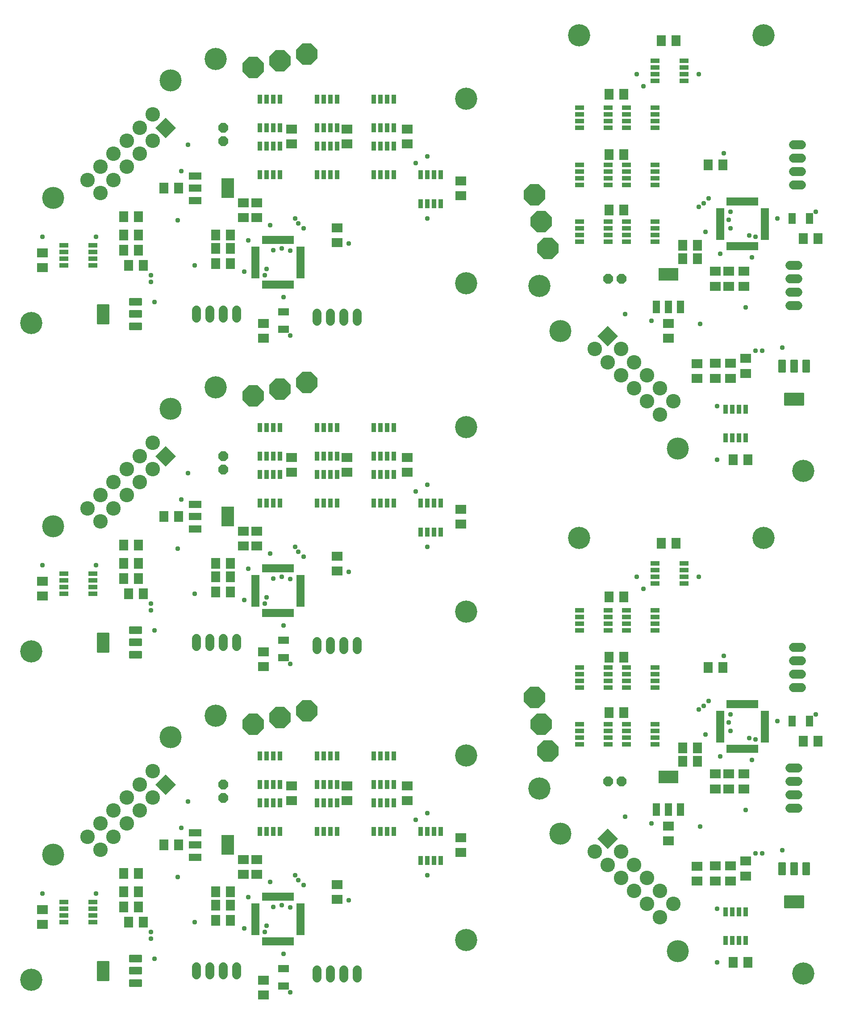
<source format=gbr>
G04 EAGLE Gerber RS-274X export*
G75*
%MOMM*%
%FSLAX34Y34*%
%LPD*%
%INSoldermask Top*%
%IPPOS*%
%AMOC8*
5,1,8,0,0,1.08239X$1,22.5*%
G01*
%ADD10C,4.203200*%
%ADD11R,2.003200X1.803200*%
%ADD12R,1.803200X2.003200*%
%ADD13P,1.951982X8X292.500000*%
%ADD14R,0.812800X1.727200*%
%ADD15R,2.438400X1.422400*%
%ADD16R,2.403200X3.803200*%
%ADD17R,2.003200X1.403200*%
%ADD18P,4.343848X8X22.500000*%
%ADD19R,1.803200X2.006200*%
%ADD20C,1.727200*%
%ADD21C,0.327103*%
%ADD22C,0.432575*%
%ADD23R,1.553200X0.493200*%
%ADD24R,0.493200X1.553200*%
%ADD25R,2.743200X2.743200*%
%ADD26C,2.743200*%
%ADD27C,4.191000*%
%ADD28R,1.727200X0.812800*%
%ADD29P,1.951982X8X22.500000*%
%ADD30R,1.422400X2.438400*%
%ADD31R,3.803200X2.403200*%
%ADD32R,1.403200X2.003200*%
%ADD33P,4.343848X8X112.500000*%
%ADD34R,2.006200X1.803200*%
%ADD35C,0.959600*%


D10*
X886500Y474600D03*
X886500Y124600D03*
X411500Y549600D03*
X61500Y49600D03*
X886500Y1096900D03*
X886500Y746900D03*
X411500Y1171900D03*
X61500Y671900D03*
X886500Y1719200D03*
X886500Y1369200D03*
X411500Y1794200D03*
X61500Y1294200D03*
X1100200Y886500D03*
X1450200Y886500D03*
X1025200Y411500D03*
X1525200Y61500D03*
X1100200Y1839000D03*
X1450200Y1839000D03*
X1025200Y1364000D03*
X1525200Y1014000D03*
D11*
X463550Y249525D03*
X463550Y277525D03*
D12*
X264825Y250825D03*
X236825Y250825D03*
D11*
X876300Y290800D03*
X876300Y318800D03*
X555625Y389225D03*
X555625Y417225D03*
X660400Y389225D03*
X660400Y417225D03*
X774700Y389225D03*
X774700Y417225D03*
D13*
X425450Y419100D03*
X425450Y393700D03*
D12*
X439450Y215900D03*
X411450Y215900D03*
X439450Y190500D03*
X411450Y190500D03*
X439450Y161925D03*
X411450Y161925D03*
D11*
X501650Y20925D03*
X501650Y48925D03*
X488950Y277525D03*
X488950Y249525D03*
X641350Y201900D03*
X641350Y229900D03*
D12*
X313025Y304800D03*
X341025Y304800D03*
D11*
X82550Y182275D03*
X82550Y154275D03*
D14*
X749300Y330200D03*
X736600Y330200D03*
X723900Y330200D03*
X711200Y330200D03*
X749300Y384810D03*
X736600Y384810D03*
X723900Y384810D03*
X711200Y384810D03*
X641350Y330200D03*
X628650Y330200D03*
X615950Y330200D03*
X603250Y330200D03*
X641350Y384810D03*
X628650Y384810D03*
X615950Y384810D03*
X603250Y384810D03*
X533400Y330200D03*
X520700Y330200D03*
X508000Y330200D03*
X495300Y330200D03*
X533400Y384810D03*
X520700Y384810D03*
X508000Y384810D03*
X495300Y384810D03*
D15*
X372237Y327914D03*
X372237Y304800D03*
X372237Y281686D03*
D16*
X434215Y304800D03*
D17*
X539750Y37475D03*
X539750Y70475D03*
D18*
X482600Y533400D03*
X533400Y546100D03*
X584200Y558800D03*
D19*
X246130Y158750D03*
X274570Y158750D03*
X236605Y187325D03*
X265045Y187325D03*
X236605Y215900D03*
X265045Y215900D03*
D20*
X450850Y74295D02*
X450850Y59055D01*
X425450Y59055D02*
X425450Y74295D01*
X400050Y74295D02*
X400050Y59055D01*
X374650Y59055D02*
X374650Y74295D01*
X679450Y67945D02*
X679450Y52705D01*
X654050Y52705D02*
X654050Y67945D01*
X628650Y67945D02*
X628650Y52705D01*
X603250Y52705D02*
X603250Y67945D01*
D21*
X270146Y49041D02*
X270146Y38089D01*
X249034Y38089D01*
X249034Y49041D01*
X270146Y49041D01*
X270146Y41196D02*
X249034Y41196D01*
X249034Y44303D02*
X270146Y44303D01*
X270146Y47410D02*
X249034Y47410D01*
X270146Y61199D02*
X270146Y72151D01*
X270146Y61199D02*
X249034Y61199D01*
X249034Y72151D01*
X270146Y72151D01*
X270146Y64306D02*
X249034Y64306D01*
X249034Y67413D02*
X270146Y67413D01*
X270146Y70520D02*
X249034Y70520D01*
X270146Y84309D02*
X270146Y95261D01*
X270146Y84309D02*
X249034Y84309D01*
X249034Y95261D01*
X270146Y95261D01*
X270146Y87416D02*
X249034Y87416D01*
X249034Y90523D02*
X270146Y90523D01*
X270146Y93630D02*
X249034Y93630D01*
D22*
X207463Y83528D02*
X207463Y49822D01*
X187757Y49822D01*
X187757Y83528D01*
X207463Y83528D01*
X207463Y53932D02*
X187757Y53932D01*
X187757Y58042D02*
X207463Y58042D01*
X207463Y62152D02*
X187757Y62152D01*
X187757Y66262D02*
X207463Y66262D01*
X207463Y70372D02*
X187757Y70372D01*
X187757Y74482D02*
X207463Y74482D01*
X207463Y78592D02*
X187757Y78592D01*
X187757Y82702D02*
X207463Y82702D01*
D23*
X487050Y161925D03*
X487050Y166925D03*
X487050Y171925D03*
X487050Y176925D03*
X487050Y181925D03*
X487050Y186925D03*
X487050Y156925D03*
X487050Y151925D03*
X487050Y146925D03*
X487050Y141925D03*
X487050Y136925D03*
X487050Y191925D03*
X572050Y161925D03*
X572050Y156925D03*
X572050Y151925D03*
X572050Y146925D03*
X572050Y136925D03*
X572050Y141925D03*
X572050Y166925D03*
X572050Y171925D03*
X572050Y176925D03*
X572050Y181925D03*
X572050Y186925D03*
X572050Y191925D03*
D24*
X527050Y206925D03*
X522050Y206925D03*
X517050Y206925D03*
X512050Y206925D03*
X507050Y206925D03*
X502050Y206925D03*
X532050Y206925D03*
X537050Y206925D03*
X542050Y206925D03*
X547050Y206925D03*
X552050Y206925D03*
X557050Y206925D03*
X502050Y121925D03*
X507050Y121925D03*
X512050Y121925D03*
X517050Y121925D03*
X522050Y121925D03*
X527050Y121925D03*
X537050Y121925D03*
X532050Y121925D03*
X542050Y121925D03*
X547050Y121925D03*
X552050Y121925D03*
X557050Y121925D03*
D25*
G36*
X297452Y419751D02*
X316849Y439148D01*
X336246Y419751D01*
X316849Y400354D01*
X297452Y419751D01*
G37*
D26*
X292100Y395003D03*
X267351Y370254D03*
X242603Y345505D03*
X217854Y320756D03*
X193105Y296008D03*
X292100Y444500D03*
X267351Y419751D03*
X242603Y395003D03*
X217854Y370254D03*
X193105Y345505D03*
X168356Y320756D03*
D27*
X326041Y509554D03*
X103302Y286815D03*
D28*
X123825Y158750D03*
X123825Y171450D03*
X123825Y184150D03*
X123825Y196850D03*
X178435Y158750D03*
X178435Y171450D03*
X178435Y184150D03*
X178435Y196850D03*
D14*
X800100Y330200D03*
X812800Y330200D03*
X825500Y330200D03*
X838200Y330200D03*
X800100Y275590D03*
X812800Y275590D03*
X825500Y275590D03*
X838200Y275590D03*
X533400Y419100D03*
X520700Y419100D03*
X508000Y419100D03*
X495300Y419100D03*
X533400Y473710D03*
X520700Y473710D03*
X508000Y473710D03*
X495300Y473710D03*
X641350Y419100D03*
X628650Y419100D03*
X615950Y419100D03*
X603250Y419100D03*
X641350Y473710D03*
X628650Y473710D03*
X615950Y473710D03*
X603250Y473710D03*
X749300Y419100D03*
X736600Y419100D03*
X723900Y419100D03*
X711200Y419100D03*
X749300Y473710D03*
X736600Y473710D03*
X723900Y473710D03*
X711200Y473710D03*
D11*
X463550Y871825D03*
X463550Y899825D03*
D12*
X264825Y873125D03*
X236825Y873125D03*
D11*
X876300Y913100D03*
X876300Y941100D03*
X555625Y1011525D03*
X555625Y1039525D03*
X660400Y1011525D03*
X660400Y1039525D03*
X774700Y1011525D03*
X774700Y1039525D03*
D13*
X425450Y1041400D03*
X425450Y1016000D03*
D12*
X439450Y838200D03*
X411450Y838200D03*
X439450Y812800D03*
X411450Y812800D03*
X439450Y784225D03*
X411450Y784225D03*
D11*
X501650Y643225D03*
X501650Y671225D03*
X488950Y899825D03*
X488950Y871825D03*
X641350Y824200D03*
X641350Y852200D03*
D12*
X313025Y927100D03*
X341025Y927100D03*
D11*
X82550Y804575D03*
X82550Y776575D03*
D14*
X749300Y952500D03*
X736600Y952500D03*
X723900Y952500D03*
X711200Y952500D03*
X749300Y1007110D03*
X736600Y1007110D03*
X723900Y1007110D03*
X711200Y1007110D03*
X641350Y952500D03*
X628650Y952500D03*
X615950Y952500D03*
X603250Y952500D03*
X641350Y1007110D03*
X628650Y1007110D03*
X615950Y1007110D03*
X603250Y1007110D03*
X533400Y952500D03*
X520700Y952500D03*
X508000Y952500D03*
X495300Y952500D03*
X533400Y1007110D03*
X520700Y1007110D03*
X508000Y1007110D03*
X495300Y1007110D03*
D15*
X372237Y950214D03*
X372237Y927100D03*
X372237Y903986D03*
D16*
X434215Y927100D03*
D17*
X539750Y659775D03*
X539750Y692775D03*
D18*
X482600Y1155700D03*
X533400Y1168400D03*
X584200Y1181100D03*
D19*
X246130Y781050D03*
X274570Y781050D03*
X236605Y809625D03*
X265045Y809625D03*
X236605Y838200D03*
X265045Y838200D03*
D20*
X450850Y696595D02*
X450850Y681355D01*
X425450Y681355D02*
X425450Y696595D01*
X400050Y696595D02*
X400050Y681355D01*
X374650Y681355D02*
X374650Y696595D01*
X679450Y690245D02*
X679450Y675005D01*
X654050Y675005D02*
X654050Y690245D01*
X628650Y690245D02*
X628650Y675005D01*
X603250Y675005D02*
X603250Y690245D01*
D21*
X270146Y671341D02*
X270146Y660389D01*
X249034Y660389D01*
X249034Y671341D01*
X270146Y671341D01*
X270146Y663496D02*
X249034Y663496D01*
X249034Y666603D02*
X270146Y666603D01*
X270146Y669710D02*
X249034Y669710D01*
X270146Y683499D02*
X270146Y694451D01*
X270146Y683499D02*
X249034Y683499D01*
X249034Y694451D01*
X270146Y694451D01*
X270146Y686606D02*
X249034Y686606D01*
X249034Y689713D02*
X270146Y689713D01*
X270146Y692820D02*
X249034Y692820D01*
X270146Y706609D02*
X270146Y717561D01*
X270146Y706609D02*
X249034Y706609D01*
X249034Y717561D01*
X270146Y717561D01*
X270146Y709716D02*
X249034Y709716D01*
X249034Y712823D02*
X270146Y712823D01*
X270146Y715930D02*
X249034Y715930D01*
D22*
X207463Y705828D02*
X207463Y672122D01*
X187757Y672122D01*
X187757Y705828D01*
X207463Y705828D01*
X207463Y676232D02*
X187757Y676232D01*
X187757Y680342D02*
X207463Y680342D01*
X207463Y684452D02*
X187757Y684452D01*
X187757Y688562D02*
X207463Y688562D01*
X207463Y692672D02*
X187757Y692672D01*
X187757Y696782D02*
X207463Y696782D01*
X207463Y700892D02*
X187757Y700892D01*
X187757Y705002D02*
X207463Y705002D01*
D23*
X487050Y784225D03*
X487050Y789225D03*
X487050Y794225D03*
X487050Y799225D03*
X487050Y804225D03*
X487050Y809225D03*
X487050Y779225D03*
X487050Y774225D03*
X487050Y769225D03*
X487050Y764225D03*
X487050Y759225D03*
X487050Y814225D03*
X572050Y784225D03*
X572050Y779225D03*
X572050Y774225D03*
X572050Y769225D03*
X572050Y759225D03*
X572050Y764225D03*
X572050Y789225D03*
X572050Y794225D03*
X572050Y799225D03*
X572050Y804225D03*
X572050Y809225D03*
X572050Y814225D03*
D24*
X527050Y829225D03*
X522050Y829225D03*
X517050Y829225D03*
X512050Y829225D03*
X507050Y829225D03*
X502050Y829225D03*
X532050Y829225D03*
X537050Y829225D03*
X542050Y829225D03*
X547050Y829225D03*
X552050Y829225D03*
X557050Y829225D03*
X502050Y744225D03*
X507050Y744225D03*
X512050Y744225D03*
X517050Y744225D03*
X522050Y744225D03*
X527050Y744225D03*
X537050Y744225D03*
X532050Y744225D03*
X542050Y744225D03*
X547050Y744225D03*
X552050Y744225D03*
X557050Y744225D03*
D25*
G36*
X297452Y1042051D02*
X316849Y1061448D01*
X336246Y1042051D01*
X316849Y1022654D01*
X297452Y1042051D01*
G37*
D26*
X292100Y1017303D03*
X267351Y992554D03*
X242603Y967805D03*
X217854Y943056D03*
X193105Y918308D03*
X292100Y1066800D03*
X267351Y1042051D03*
X242603Y1017303D03*
X217854Y992554D03*
X193105Y967805D03*
X168356Y943056D03*
D27*
X326041Y1131854D03*
X103302Y909115D03*
D28*
X123825Y781050D03*
X123825Y793750D03*
X123825Y806450D03*
X123825Y819150D03*
X178435Y781050D03*
X178435Y793750D03*
X178435Y806450D03*
X178435Y819150D03*
D14*
X800100Y952500D03*
X812800Y952500D03*
X825500Y952500D03*
X838200Y952500D03*
X800100Y897890D03*
X812800Y897890D03*
X825500Y897890D03*
X838200Y897890D03*
X533400Y1041400D03*
X520700Y1041400D03*
X508000Y1041400D03*
X495300Y1041400D03*
X533400Y1096010D03*
X520700Y1096010D03*
X508000Y1096010D03*
X495300Y1096010D03*
X641350Y1041400D03*
X628650Y1041400D03*
X615950Y1041400D03*
X603250Y1041400D03*
X641350Y1096010D03*
X628650Y1096010D03*
X615950Y1096010D03*
X603250Y1096010D03*
X749300Y1041400D03*
X736600Y1041400D03*
X723900Y1041400D03*
X711200Y1041400D03*
X749300Y1096010D03*
X736600Y1096010D03*
X723900Y1096010D03*
X711200Y1096010D03*
D11*
X463550Y1494125D03*
X463550Y1522125D03*
D12*
X264825Y1495425D03*
X236825Y1495425D03*
D11*
X876300Y1535400D03*
X876300Y1563400D03*
X555625Y1633825D03*
X555625Y1661825D03*
X660400Y1633825D03*
X660400Y1661825D03*
X774700Y1633825D03*
X774700Y1661825D03*
D13*
X425450Y1663700D03*
X425450Y1638300D03*
D12*
X439450Y1460500D03*
X411450Y1460500D03*
X439450Y1435100D03*
X411450Y1435100D03*
X439450Y1406525D03*
X411450Y1406525D03*
D11*
X501650Y1265525D03*
X501650Y1293525D03*
X488950Y1522125D03*
X488950Y1494125D03*
X641350Y1446500D03*
X641350Y1474500D03*
D12*
X313025Y1549400D03*
X341025Y1549400D03*
D11*
X82550Y1426875D03*
X82550Y1398875D03*
D14*
X749300Y1574800D03*
X736600Y1574800D03*
X723900Y1574800D03*
X711200Y1574800D03*
X749300Y1629410D03*
X736600Y1629410D03*
X723900Y1629410D03*
X711200Y1629410D03*
X641350Y1574800D03*
X628650Y1574800D03*
X615950Y1574800D03*
X603250Y1574800D03*
X641350Y1629410D03*
X628650Y1629410D03*
X615950Y1629410D03*
X603250Y1629410D03*
X533400Y1574800D03*
X520700Y1574800D03*
X508000Y1574800D03*
X495300Y1574800D03*
X533400Y1629410D03*
X520700Y1629410D03*
X508000Y1629410D03*
X495300Y1629410D03*
D15*
X372237Y1572514D03*
X372237Y1549400D03*
X372237Y1526286D03*
D16*
X434215Y1549400D03*
D17*
X539750Y1282075D03*
X539750Y1315075D03*
D18*
X482600Y1778000D03*
X533400Y1790700D03*
X584200Y1803400D03*
D19*
X246130Y1403350D03*
X274570Y1403350D03*
X236605Y1431925D03*
X265045Y1431925D03*
X236605Y1460500D03*
X265045Y1460500D03*
D20*
X450850Y1318895D02*
X450850Y1303655D01*
X425450Y1303655D02*
X425450Y1318895D01*
X400050Y1318895D02*
X400050Y1303655D01*
X374650Y1303655D02*
X374650Y1318895D01*
X679450Y1312545D02*
X679450Y1297305D01*
X654050Y1297305D02*
X654050Y1312545D01*
X628650Y1312545D02*
X628650Y1297305D01*
X603250Y1297305D02*
X603250Y1312545D01*
D21*
X270146Y1293641D02*
X270146Y1282689D01*
X249034Y1282689D01*
X249034Y1293641D01*
X270146Y1293641D01*
X270146Y1285796D02*
X249034Y1285796D01*
X249034Y1288903D02*
X270146Y1288903D01*
X270146Y1292010D02*
X249034Y1292010D01*
X270146Y1305799D02*
X270146Y1316751D01*
X270146Y1305799D02*
X249034Y1305799D01*
X249034Y1316751D01*
X270146Y1316751D01*
X270146Y1308906D02*
X249034Y1308906D01*
X249034Y1312013D02*
X270146Y1312013D01*
X270146Y1315120D02*
X249034Y1315120D01*
X270146Y1328909D02*
X270146Y1339861D01*
X270146Y1328909D02*
X249034Y1328909D01*
X249034Y1339861D01*
X270146Y1339861D01*
X270146Y1332016D02*
X249034Y1332016D01*
X249034Y1335123D02*
X270146Y1335123D01*
X270146Y1338230D02*
X249034Y1338230D01*
D22*
X207463Y1328128D02*
X207463Y1294422D01*
X187757Y1294422D01*
X187757Y1328128D01*
X207463Y1328128D01*
X207463Y1298532D02*
X187757Y1298532D01*
X187757Y1302642D02*
X207463Y1302642D01*
X207463Y1306752D02*
X187757Y1306752D01*
X187757Y1310862D02*
X207463Y1310862D01*
X207463Y1314972D02*
X187757Y1314972D01*
X187757Y1319082D02*
X207463Y1319082D01*
X207463Y1323192D02*
X187757Y1323192D01*
X187757Y1327302D02*
X207463Y1327302D01*
D23*
X487050Y1406525D03*
X487050Y1411525D03*
X487050Y1416525D03*
X487050Y1421525D03*
X487050Y1426525D03*
X487050Y1431525D03*
X487050Y1401525D03*
X487050Y1396525D03*
X487050Y1391525D03*
X487050Y1386525D03*
X487050Y1381525D03*
X487050Y1436525D03*
X572050Y1406525D03*
X572050Y1401525D03*
X572050Y1396525D03*
X572050Y1391525D03*
X572050Y1381525D03*
X572050Y1386525D03*
X572050Y1411525D03*
X572050Y1416525D03*
X572050Y1421525D03*
X572050Y1426525D03*
X572050Y1431525D03*
X572050Y1436525D03*
D24*
X527050Y1451525D03*
X522050Y1451525D03*
X517050Y1451525D03*
X512050Y1451525D03*
X507050Y1451525D03*
X502050Y1451525D03*
X532050Y1451525D03*
X537050Y1451525D03*
X542050Y1451525D03*
X547050Y1451525D03*
X552050Y1451525D03*
X557050Y1451525D03*
X502050Y1366525D03*
X507050Y1366525D03*
X512050Y1366525D03*
X517050Y1366525D03*
X522050Y1366525D03*
X527050Y1366525D03*
X537050Y1366525D03*
X532050Y1366525D03*
X542050Y1366525D03*
X547050Y1366525D03*
X552050Y1366525D03*
X557050Y1366525D03*
D25*
G36*
X297452Y1664351D02*
X316849Y1683748D01*
X336246Y1664351D01*
X316849Y1644954D01*
X297452Y1664351D01*
G37*
D26*
X292100Y1639603D03*
X267351Y1614854D03*
X242603Y1590105D03*
X217854Y1565356D03*
X193105Y1540608D03*
X292100Y1689100D03*
X267351Y1664351D03*
X242603Y1639603D03*
X217854Y1614854D03*
X193105Y1590105D03*
X168356Y1565356D03*
D27*
X326041Y1754154D03*
X103302Y1531415D03*
D28*
X123825Y1403350D03*
X123825Y1416050D03*
X123825Y1428750D03*
X123825Y1441450D03*
X178435Y1403350D03*
X178435Y1416050D03*
X178435Y1428750D03*
X178435Y1441450D03*
D14*
X800100Y1574800D03*
X812800Y1574800D03*
X825500Y1574800D03*
X838200Y1574800D03*
X800100Y1520190D03*
X812800Y1520190D03*
X825500Y1520190D03*
X838200Y1520190D03*
X533400Y1663700D03*
X520700Y1663700D03*
X508000Y1663700D03*
X495300Y1663700D03*
X533400Y1718310D03*
X520700Y1718310D03*
X508000Y1718310D03*
X495300Y1718310D03*
X641350Y1663700D03*
X628650Y1663700D03*
X615950Y1663700D03*
X603250Y1663700D03*
X641350Y1718310D03*
X628650Y1718310D03*
X615950Y1718310D03*
X603250Y1718310D03*
X749300Y1663700D03*
X736600Y1663700D03*
X723900Y1663700D03*
X711200Y1663700D03*
X749300Y1718310D03*
X736600Y1718310D03*
X723900Y1718310D03*
X711200Y1718310D03*
D12*
X1325275Y463550D03*
X1297275Y463550D03*
D11*
X1323975Y264825D03*
X1323975Y236825D03*
D12*
X1284000Y876300D03*
X1256000Y876300D03*
X1185575Y555625D03*
X1157575Y555625D03*
X1185575Y660400D03*
X1157575Y660400D03*
X1185575Y774700D03*
X1157575Y774700D03*
D29*
X1155700Y425450D03*
X1181100Y425450D03*
D11*
X1358900Y439450D03*
X1358900Y411450D03*
X1384300Y439450D03*
X1384300Y411450D03*
X1412875Y439450D03*
X1412875Y411450D03*
D12*
X1553875Y501650D03*
X1525875Y501650D03*
X1297275Y488950D03*
X1325275Y488950D03*
X1372900Y641350D03*
X1344900Y641350D03*
D11*
X1270000Y313025D03*
X1270000Y341025D03*
D12*
X1392525Y82550D03*
X1420525Y82550D03*
D28*
X1244600Y749300D03*
X1244600Y736600D03*
X1244600Y723900D03*
X1244600Y711200D03*
X1189990Y749300D03*
X1189990Y736600D03*
X1189990Y723900D03*
X1189990Y711200D03*
X1244600Y641350D03*
X1244600Y628650D03*
X1244600Y615950D03*
X1244600Y603250D03*
X1189990Y641350D03*
X1189990Y628650D03*
X1189990Y615950D03*
X1189990Y603250D03*
X1244600Y533400D03*
X1244600Y520700D03*
X1244600Y508000D03*
X1244600Y495300D03*
X1189990Y533400D03*
X1189990Y520700D03*
X1189990Y508000D03*
X1189990Y495300D03*
D30*
X1246886Y372237D03*
X1270000Y372237D03*
X1293114Y372237D03*
D31*
X1270000Y434215D03*
D32*
X1537325Y539750D03*
X1504325Y539750D03*
D33*
X1041400Y482600D03*
X1028700Y533400D03*
X1016000Y584200D03*
D34*
X1416050Y246130D03*
X1416050Y274570D03*
X1387475Y236605D03*
X1387475Y265045D03*
X1358900Y236605D03*
X1358900Y265045D03*
D20*
X1500505Y450850D02*
X1515745Y450850D01*
X1515745Y425450D02*
X1500505Y425450D01*
X1500505Y400050D02*
X1515745Y400050D01*
X1515745Y374650D02*
X1500505Y374650D01*
X1506855Y679450D02*
X1522095Y679450D01*
X1522095Y654050D02*
X1506855Y654050D01*
X1506855Y628650D02*
X1522095Y628650D01*
X1522095Y603250D02*
X1506855Y603250D01*
D21*
X1525759Y270146D02*
X1536711Y270146D01*
X1536711Y249034D01*
X1525759Y249034D01*
X1525759Y270146D01*
X1525759Y252141D02*
X1536711Y252141D01*
X1536711Y255248D02*
X1525759Y255248D01*
X1525759Y258355D02*
X1536711Y258355D01*
X1536711Y261462D02*
X1525759Y261462D01*
X1525759Y264569D02*
X1536711Y264569D01*
X1536711Y267676D02*
X1525759Y267676D01*
X1513601Y270146D02*
X1502649Y270146D01*
X1513601Y270146D02*
X1513601Y249034D01*
X1502649Y249034D01*
X1502649Y270146D01*
X1502649Y252141D02*
X1513601Y252141D01*
X1513601Y255248D02*
X1502649Y255248D01*
X1502649Y258355D02*
X1513601Y258355D01*
X1513601Y261462D02*
X1502649Y261462D01*
X1502649Y264569D02*
X1513601Y264569D01*
X1513601Y267676D02*
X1502649Y267676D01*
X1490491Y270146D02*
X1479539Y270146D01*
X1490491Y270146D02*
X1490491Y249034D01*
X1479539Y249034D01*
X1479539Y270146D01*
X1479539Y252141D02*
X1490491Y252141D01*
X1490491Y255248D02*
X1479539Y255248D01*
X1479539Y258355D02*
X1490491Y258355D01*
X1490491Y261462D02*
X1479539Y261462D01*
X1479539Y264569D02*
X1490491Y264569D01*
X1490491Y267676D02*
X1479539Y267676D01*
D22*
X1491272Y207463D02*
X1524978Y207463D01*
X1524978Y187757D01*
X1491272Y187757D01*
X1491272Y207463D01*
X1491272Y191867D02*
X1524978Y191867D01*
X1524978Y195977D02*
X1491272Y195977D01*
X1491272Y200087D02*
X1524978Y200087D01*
X1524978Y204197D02*
X1491272Y204197D01*
D24*
X1412875Y487050D03*
X1407875Y487050D03*
X1402875Y487050D03*
X1397875Y487050D03*
X1392875Y487050D03*
X1387875Y487050D03*
X1417875Y487050D03*
X1422875Y487050D03*
X1427875Y487050D03*
X1432875Y487050D03*
X1437875Y487050D03*
X1382875Y487050D03*
X1412875Y572050D03*
X1417875Y572050D03*
X1422875Y572050D03*
X1427875Y572050D03*
X1437875Y572050D03*
X1432875Y572050D03*
X1407875Y572050D03*
X1402875Y572050D03*
X1397875Y572050D03*
X1392875Y572050D03*
X1387875Y572050D03*
X1382875Y572050D03*
D23*
X1367875Y527050D03*
X1367875Y522050D03*
X1367875Y517050D03*
X1367875Y512050D03*
X1367875Y507050D03*
X1367875Y502050D03*
X1367875Y532050D03*
X1367875Y537050D03*
X1367875Y542050D03*
X1367875Y547050D03*
X1367875Y552050D03*
X1367875Y557050D03*
X1452875Y502050D03*
X1452875Y507050D03*
X1452875Y512050D03*
X1452875Y517050D03*
X1452875Y522050D03*
X1452875Y527050D03*
X1452875Y537050D03*
X1452875Y532050D03*
X1452875Y542050D03*
X1452875Y547050D03*
X1452875Y552050D03*
X1452875Y557050D03*
D25*
G36*
X1155049Y297452D02*
X1135652Y316849D01*
X1155049Y336246D01*
X1174446Y316849D01*
X1155049Y297452D01*
G37*
D26*
X1179797Y292100D03*
X1204546Y267351D03*
X1229295Y242603D03*
X1254044Y217854D03*
X1278792Y193105D03*
X1130300Y292100D03*
X1155049Y267351D03*
X1179797Y242603D03*
X1204546Y217854D03*
X1229295Y193105D03*
X1254044Y168356D03*
D27*
X1065246Y326041D03*
X1287985Y103302D03*
D14*
X1416050Y123825D03*
X1403350Y123825D03*
X1390650Y123825D03*
X1377950Y123825D03*
X1416050Y178435D03*
X1403350Y178435D03*
X1390650Y178435D03*
X1377950Y178435D03*
D28*
X1244600Y800100D03*
X1244600Y812800D03*
X1244600Y825500D03*
X1244600Y838200D03*
X1299210Y800100D03*
X1299210Y812800D03*
X1299210Y825500D03*
X1299210Y838200D03*
X1155700Y533400D03*
X1155700Y520700D03*
X1155700Y508000D03*
X1155700Y495300D03*
X1101090Y533400D03*
X1101090Y520700D03*
X1101090Y508000D03*
X1101090Y495300D03*
X1155700Y641350D03*
X1155700Y628650D03*
X1155700Y615950D03*
X1155700Y603250D03*
X1101090Y641350D03*
X1101090Y628650D03*
X1101090Y615950D03*
X1101090Y603250D03*
X1155700Y749300D03*
X1155700Y736600D03*
X1155700Y723900D03*
X1155700Y711200D03*
X1101090Y749300D03*
X1101090Y736600D03*
X1101090Y723900D03*
X1101090Y711200D03*
D12*
X1325275Y1416050D03*
X1297275Y1416050D03*
D11*
X1323975Y1217325D03*
X1323975Y1189325D03*
D12*
X1284000Y1828800D03*
X1256000Y1828800D03*
X1185575Y1508125D03*
X1157575Y1508125D03*
X1185575Y1612900D03*
X1157575Y1612900D03*
X1185575Y1727200D03*
X1157575Y1727200D03*
D29*
X1155700Y1377950D03*
X1181100Y1377950D03*
D11*
X1358900Y1391950D03*
X1358900Y1363950D03*
X1384300Y1391950D03*
X1384300Y1363950D03*
X1412875Y1391950D03*
X1412875Y1363950D03*
D12*
X1553875Y1454150D03*
X1525875Y1454150D03*
X1297275Y1441450D03*
X1325275Y1441450D03*
X1372900Y1593850D03*
X1344900Y1593850D03*
D11*
X1270000Y1265525D03*
X1270000Y1293525D03*
D12*
X1392525Y1035050D03*
X1420525Y1035050D03*
D28*
X1244600Y1701800D03*
X1244600Y1689100D03*
X1244600Y1676400D03*
X1244600Y1663700D03*
X1189990Y1701800D03*
X1189990Y1689100D03*
X1189990Y1676400D03*
X1189990Y1663700D03*
X1244600Y1593850D03*
X1244600Y1581150D03*
X1244600Y1568450D03*
X1244600Y1555750D03*
X1189990Y1593850D03*
X1189990Y1581150D03*
X1189990Y1568450D03*
X1189990Y1555750D03*
X1244600Y1485900D03*
X1244600Y1473200D03*
X1244600Y1460500D03*
X1244600Y1447800D03*
X1189990Y1485900D03*
X1189990Y1473200D03*
X1189990Y1460500D03*
X1189990Y1447800D03*
D30*
X1246886Y1324737D03*
X1270000Y1324737D03*
X1293114Y1324737D03*
D31*
X1270000Y1386715D03*
D32*
X1537325Y1492250D03*
X1504325Y1492250D03*
D33*
X1041400Y1435100D03*
X1028700Y1485900D03*
X1016000Y1536700D03*
D34*
X1416050Y1198630D03*
X1416050Y1227070D03*
X1387475Y1189105D03*
X1387475Y1217545D03*
X1358900Y1189105D03*
X1358900Y1217545D03*
D20*
X1500505Y1403350D02*
X1515745Y1403350D01*
X1515745Y1377950D02*
X1500505Y1377950D01*
X1500505Y1352550D02*
X1515745Y1352550D01*
X1515745Y1327150D02*
X1500505Y1327150D01*
X1506855Y1631950D02*
X1522095Y1631950D01*
X1522095Y1606550D02*
X1506855Y1606550D01*
X1506855Y1581150D02*
X1522095Y1581150D01*
X1522095Y1555750D02*
X1506855Y1555750D01*
D21*
X1525759Y1222646D02*
X1536711Y1222646D01*
X1536711Y1201534D01*
X1525759Y1201534D01*
X1525759Y1222646D01*
X1525759Y1204641D02*
X1536711Y1204641D01*
X1536711Y1207748D02*
X1525759Y1207748D01*
X1525759Y1210855D02*
X1536711Y1210855D01*
X1536711Y1213962D02*
X1525759Y1213962D01*
X1525759Y1217069D02*
X1536711Y1217069D01*
X1536711Y1220176D02*
X1525759Y1220176D01*
X1513601Y1222646D02*
X1502649Y1222646D01*
X1513601Y1222646D02*
X1513601Y1201534D01*
X1502649Y1201534D01*
X1502649Y1222646D01*
X1502649Y1204641D02*
X1513601Y1204641D01*
X1513601Y1207748D02*
X1502649Y1207748D01*
X1502649Y1210855D02*
X1513601Y1210855D01*
X1513601Y1213962D02*
X1502649Y1213962D01*
X1502649Y1217069D02*
X1513601Y1217069D01*
X1513601Y1220176D02*
X1502649Y1220176D01*
X1490491Y1222646D02*
X1479539Y1222646D01*
X1490491Y1222646D02*
X1490491Y1201534D01*
X1479539Y1201534D01*
X1479539Y1222646D01*
X1479539Y1204641D02*
X1490491Y1204641D01*
X1490491Y1207748D02*
X1479539Y1207748D01*
X1479539Y1210855D02*
X1490491Y1210855D01*
X1490491Y1213962D02*
X1479539Y1213962D01*
X1479539Y1217069D02*
X1490491Y1217069D01*
X1490491Y1220176D02*
X1479539Y1220176D01*
D22*
X1491272Y1159963D02*
X1524978Y1159963D01*
X1524978Y1140257D01*
X1491272Y1140257D01*
X1491272Y1159963D01*
X1491272Y1144367D02*
X1524978Y1144367D01*
X1524978Y1148477D02*
X1491272Y1148477D01*
X1491272Y1152587D02*
X1524978Y1152587D01*
X1524978Y1156697D02*
X1491272Y1156697D01*
D24*
X1412875Y1439550D03*
X1407875Y1439550D03*
X1402875Y1439550D03*
X1397875Y1439550D03*
X1392875Y1439550D03*
X1387875Y1439550D03*
X1417875Y1439550D03*
X1422875Y1439550D03*
X1427875Y1439550D03*
X1432875Y1439550D03*
X1437875Y1439550D03*
X1382875Y1439550D03*
X1412875Y1524550D03*
X1417875Y1524550D03*
X1422875Y1524550D03*
X1427875Y1524550D03*
X1437875Y1524550D03*
X1432875Y1524550D03*
X1407875Y1524550D03*
X1402875Y1524550D03*
X1397875Y1524550D03*
X1392875Y1524550D03*
X1387875Y1524550D03*
X1382875Y1524550D03*
D23*
X1367875Y1479550D03*
X1367875Y1474550D03*
X1367875Y1469550D03*
X1367875Y1464550D03*
X1367875Y1459550D03*
X1367875Y1454550D03*
X1367875Y1484550D03*
X1367875Y1489550D03*
X1367875Y1494550D03*
X1367875Y1499550D03*
X1367875Y1504550D03*
X1367875Y1509550D03*
X1452875Y1454550D03*
X1452875Y1459550D03*
X1452875Y1464550D03*
X1452875Y1469550D03*
X1452875Y1474550D03*
X1452875Y1479550D03*
X1452875Y1489550D03*
X1452875Y1484550D03*
X1452875Y1494550D03*
X1452875Y1499550D03*
X1452875Y1504550D03*
X1452875Y1509550D03*
D25*
G36*
X1155049Y1249952D02*
X1135652Y1269349D01*
X1155049Y1288746D01*
X1174446Y1269349D01*
X1155049Y1249952D01*
G37*
D26*
X1179797Y1244600D03*
X1204546Y1219851D03*
X1229295Y1195103D03*
X1254044Y1170354D03*
X1278792Y1145605D03*
X1130300Y1244600D03*
X1155049Y1219851D03*
X1179797Y1195103D03*
X1204546Y1170354D03*
X1229295Y1145605D03*
X1254044Y1120856D03*
D27*
X1065246Y1278541D03*
X1287985Y1055802D03*
D14*
X1416050Y1076325D03*
X1403350Y1076325D03*
X1390650Y1076325D03*
X1377950Y1076325D03*
X1416050Y1130935D03*
X1403350Y1130935D03*
X1390650Y1130935D03*
X1377950Y1130935D03*
D28*
X1244600Y1752600D03*
X1244600Y1765300D03*
X1244600Y1778000D03*
X1244600Y1790700D03*
X1299210Y1752600D03*
X1299210Y1765300D03*
X1299210Y1778000D03*
X1299210Y1790700D03*
X1155700Y1485900D03*
X1155700Y1473200D03*
X1155700Y1460500D03*
X1155700Y1447800D03*
X1101090Y1485900D03*
X1101090Y1473200D03*
X1101090Y1460500D03*
X1101090Y1447800D03*
X1155700Y1593850D03*
X1155700Y1581150D03*
X1155700Y1568450D03*
X1155700Y1555750D03*
X1101090Y1593850D03*
X1101090Y1581150D03*
X1101090Y1568450D03*
X1101090Y1555750D03*
X1155700Y1701800D03*
X1155700Y1689100D03*
X1155700Y1676400D03*
X1155700Y1663700D03*
X1101090Y1701800D03*
X1101090Y1689100D03*
X1101090Y1676400D03*
X1101090Y1663700D03*
D35*
X507525Y151925D03*
X465850Y146925D03*
X288925Y139700D03*
X514350Y234950D03*
X473075Y206375D03*
X371514Y158719D03*
X552450Y25400D03*
X663575Y200025D03*
X288925Y127000D03*
X520700Y187325D03*
X577850Y228600D03*
X812800Y247650D03*
X568325Y238125D03*
X790575Y352425D03*
X561975Y247650D03*
X812800Y365125D03*
X358775Y387350D03*
X346075Y337439D03*
X539750Y98425D03*
X552850Y186925D03*
X537050Y190975D03*
X504825Y139700D03*
X82550Y212725D03*
X184150Y212725D03*
X295275Y88900D03*
X339725Y244475D03*
X507525Y774225D03*
X465850Y769225D03*
X288925Y762000D03*
X514350Y857250D03*
X473075Y828675D03*
X371514Y781019D03*
X552450Y647700D03*
X663575Y822325D03*
X288925Y749300D03*
X520700Y809625D03*
X577850Y850900D03*
X812800Y869950D03*
X568325Y860425D03*
X790575Y974725D03*
X561975Y869950D03*
X812800Y987425D03*
X358775Y1009650D03*
X346075Y959739D03*
X539750Y720725D03*
X552850Y809225D03*
X537050Y813275D03*
X504825Y762000D03*
X82550Y835025D03*
X184150Y835025D03*
X295275Y711200D03*
X339725Y866775D03*
X507525Y1396525D03*
X465850Y1391525D03*
X288925Y1384300D03*
X514350Y1479550D03*
X473075Y1450975D03*
X371514Y1403319D03*
X552450Y1270000D03*
X663575Y1444625D03*
X288925Y1371600D03*
X520700Y1431925D03*
X577850Y1473200D03*
X812800Y1492250D03*
X568325Y1482725D03*
X790575Y1597025D03*
X561975Y1492250D03*
X812800Y1609725D03*
X358775Y1631950D03*
X346075Y1582039D03*
X539750Y1343025D03*
X552850Y1431525D03*
X537050Y1435575D03*
X504825Y1384300D03*
X82550Y1457325D03*
X184150Y1457325D03*
X295275Y1333500D03*
X339725Y1489075D03*
X1422875Y507525D03*
X1427875Y465850D03*
X1435100Y288925D03*
X1339850Y514350D03*
X1368425Y473075D03*
X1416081Y371514D03*
X1549400Y552450D03*
X1374775Y663575D03*
X1447800Y288925D03*
X1387475Y520700D03*
X1346200Y577850D03*
X1327150Y812800D03*
X1336675Y568325D03*
X1222375Y790575D03*
X1327150Y561975D03*
X1209675Y812800D03*
X1187450Y358775D03*
X1237361Y346075D03*
X1476375Y539750D03*
X1387875Y552850D03*
X1383825Y537050D03*
X1435100Y504825D03*
X1362075Y82550D03*
X1362075Y184150D03*
X1485900Y295275D03*
X1330325Y339725D03*
X1422875Y1460025D03*
X1427875Y1418350D03*
X1435100Y1241425D03*
X1339850Y1466850D03*
X1368425Y1425575D03*
X1416081Y1324014D03*
X1549400Y1504950D03*
X1374775Y1616075D03*
X1447800Y1241425D03*
X1387475Y1473200D03*
X1346200Y1530350D03*
X1327150Y1765300D03*
X1336675Y1520825D03*
X1222375Y1743075D03*
X1327150Y1514475D03*
X1209675Y1765300D03*
X1187450Y1311275D03*
X1237361Y1298575D03*
X1476375Y1492250D03*
X1387875Y1505350D03*
X1383825Y1489550D03*
X1435100Y1457325D03*
X1362075Y1035050D03*
X1362075Y1136650D03*
X1485900Y1247775D03*
X1330325Y1292225D03*
M02*

</source>
